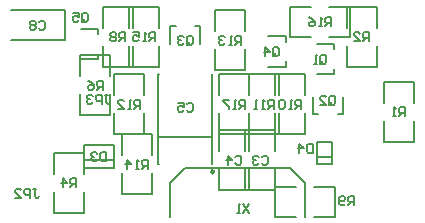
<source format=gbo>
%FSLAX25Y25*%
%MOIN*%
G70*
G01*
G75*
G04 Layer_Color=32896*
%ADD10C,0.01000*%
%ADD11R,0.07000X0.05000*%
%ADD12R,0.05000X0.07000*%
%ADD13O,0.06500X0.04500*%
%ADD14O,0.07500X0.06250*%
%ADD15O,0.06500X0.05000*%
%ADD16C,0.07500*%
%ADD17R,0.04500X0.07000*%
%ADD18R,0.02362X0.08465*%
%ADD19R,0.06500X0.05000*%
%ADD20C,0.02000*%
%ADD21C,0.01500*%
%ADD22C,0.04000*%
%ADD23O,0.06500X0.05500*%
%ADD24C,0.05500*%
%ADD25C,0.06500*%
%ADD26O,0.08500X0.07500*%
%ADD27O,0.13000X0.15000*%
%ADD28O,0.10000X0.07000*%
%ADD29O,0.09500X0.06000*%
%ADD30R,0.14000X0.07500*%
%ADD31R,0.13000X0.07500*%
%ADD32C,0.03500*%
%ADD33R,0.09449X0.10236*%
%ADD34R,0.05000X0.07500*%
%ADD35R,0.03937X0.03347*%
%ADD36R,0.03937X0.03347*%
%ADD37R,0.07000X0.06000*%
%ADD38R,0.10000X0.07500*%
%ADD39R,0.06000X0.05000*%
%ADD40R,0.03347X0.03937*%
%ADD41R,0.03347X0.03937*%
%ADD42C,0.00787*%
%ADD43C,0.00984*%
%ADD44C,0.00800*%
D42*
X685945Y436594D02*
X704055D01*
X703858Y427539D02*
X704055D01*
X685945D02*
X686142D01*
X704055D02*
Y457461D01*
X685945Y427539D02*
Y457461D01*
X686142D01*
X703858D02*
X704055D01*
X725000Y410000D02*
X732000D01*
X738000D02*
X745000D01*
X725000Y420000D02*
X732000D01*
X738000D02*
X745000D01*
X725000Y410000D02*
Y420000D01*
X745000Y410000D02*
Y420000D01*
X735000Y410000D02*
Y421250D01*
X690000Y410000D02*
Y421250D01*
X695000Y426250D02*
X730000D01*
X690000Y421250D02*
X695000Y426250D01*
X730000D02*
X735000Y421250D01*
X655000Y468750D02*
Y478750D01*
X637000Y468750D02*
X655000D01*
X637000Y478750D02*
X655000D01*
X660069Y462480D02*
X665974D01*
X660069Y472520D02*
X665974D01*
Y462480D02*
Y464252D01*
Y470748D02*
Y472520D01*
X748750Y460000D02*
X758750D01*
X748750Y480000D02*
X758750D01*
Y460000D02*
Y467000D01*
Y473000D02*
Y480000D01*
X748750Y460000D02*
Y467000D01*
Y473000D02*
Y480000D01*
X661250Y411250D02*
Y418250D01*
Y424250D02*
Y431250D01*
X651250Y411250D02*
Y418250D01*
Y424250D02*
Y431250D01*
Y411250D02*
X661250D01*
X651250Y431250D02*
X661250D01*
X660000Y443750D02*
X670000D01*
X660000Y463750D02*
X670000D01*
Y443750D02*
Y450750D01*
Y456750D02*
Y463750D01*
X660000Y443750D02*
Y450750D01*
Y456750D02*
Y463750D01*
X661250Y428750D02*
X671250D01*
X661250Y426250D02*
X671250D01*
X661250Y433750D02*
X671250D01*
Y426250D02*
Y430000D01*
Y433750D01*
X661250Y426250D02*
Y433750D01*
X705000Y458750D02*
X715000D01*
X705000Y478750D02*
X715000D01*
Y458750D02*
Y465750D01*
Y471750D02*
Y478750D01*
X705000Y458750D02*
Y465750D01*
Y471750D02*
Y478750D01*
X722569Y459980D02*
X728474D01*
X722569Y470020D02*
X728474D01*
Y459980D02*
Y461752D01*
Y468248D02*
Y470020D01*
X730000Y470000D02*
X737000D01*
X743000D02*
X750000D01*
X730000Y480000D02*
X737000D01*
X743000D02*
X750000D01*
X730000Y470000D02*
Y480000D01*
X750000Y470000D02*
Y480000D01*
X744724Y465748D02*
Y467520D01*
Y457480D02*
Y459252D01*
X738819Y467520D02*
X744724D01*
X738819Y457480D02*
X744724D01*
X706250Y450500D02*
Y457500D01*
Y437500D02*
Y444500D01*
X716250Y450500D02*
Y457500D01*
Y437500D02*
Y444500D01*
X706250Y457500D02*
X716250D01*
X706250Y437500D02*
X716250D01*
Y450500D02*
Y457500D01*
Y437500D02*
Y444500D01*
X726250Y450500D02*
Y457500D01*
Y437500D02*
Y444500D01*
X716250Y457500D02*
X726250D01*
X716250Y437500D02*
X726250D01*
X686250Y460000D02*
Y467000D01*
Y473000D02*
Y480000D01*
X676250Y460000D02*
Y467000D01*
Y473000D02*
Y480000D01*
Y460000D02*
X686250D01*
X676250Y480000D02*
X686250D01*
X738750Y430000D02*
X743750D01*
X738750Y427500D02*
X743750D01*
X738750Y435000D02*
X743750D01*
Y427500D02*
Y431250D01*
Y435000D01*
X738750Y427500D02*
Y435000D01*
X745748Y444026D02*
X747520D01*
X737480D02*
X739252D01*
X747520D02*
Y449931D01*
X737480Y444026D02*
Y449931D01*
X681250Y437500D02*
Y444500D01*
Y450500D02*
Y457500D01*
X671250Y437500D02*
Y444500D01*
Y450500D02*
Y457500D01*
Y437500D02*
X681250D01*
X671250Y457500D02*
X681250D01*
X683750Y417500D02*
Y424500D01*
Y430500D02*
Y437500D01*
X673750Y417500D02*
Y424500D01*
Y430500D02*
Y437500D01*
Y417500D02*
X683750D01*
X673750Y437500D02*
X683750D01*
X725000Y450500D02*
Y457500D01*
Y437500D02*
Y444500D01*
X735000Y450500D02*
Y457500D01*
Y437500D02*
Y444500D01*
X725000Y457500D02*
X735000D01*
X725000Y437500D02*
X735000D01*
X667500Y460000D02*
X677500D01*
X667500Y480000D02*
X677500D01*
Y460000D02*
Y467000D01*
Y473000D02*
Y480000D01*
X667500Y460000D02*
Y467000D01*
Y473000D02*
Y480000D01*
X716250Y418750D02*
Y425750D01*
Y431750D02*
Y438750D01*
X706250Y418750D02*
Y425750D01*
Y431750D02*
Y438750D01*
Y418750D02*
X716250D01*
X706250Y438750D02*
X716250D01*
X715000Y431750D02*
Y438750D01*
Y418750D02*
Y425750D01*
X725000Y431750D02*
Y438750D01*
Y418750D02*
Y425750D01*
X715000Y438750D02*
X725000D01*
X715000Y418750D02*
X725000D01*
X761250Y435000D02*
X771250D01*
X761250Y455000D02*
X771250D01*
Y435000D02*
Y442000D01*
Y448000D02*
Y455000D01*
X761250Y435000D02*
Y442000D01*
Y448000D02*
Y455000D01*
X689980Y473474D02*
X691752D01*
X698248D02*
X700020D01*
X689980Y467569D02*
Y473474D01*
X700020Y467569D02*
Y473474D01*
D43*
X704547Y424980D02*
G03*
X704547Y424980I-492J0D01*
G01*
D44*
X695501Y447499D02*
X696000Y447999D01*
X697000D01*
X697500Y447499D01*
Y445500D01*
X697000Y445000D01*
X696000D01*
X695501Y445500D01*
X692502Y447999D02*
X694501D01*
Y446499D01*
X693501Y446999D01*
X693002D01*
X692502Y446499D01*
Y445500D01*
X693002Y445000D01*
X694001D01*
X694501Y445500D01*
X715000Y446000D02*
Y448999D01*
X713500D01*
X713001Y448499D01*
Y447500D01*
X713500Y447000D01*
X715000D01*
X714000D02*
X713001Y446000D01*
X712001D02*
X711001D01*
X711501D01*
Y448999D01*
X712001Y448499D01*
X709502Y448999D02*
X707502D01*
Y448499D01*
X709502Y446500D01*
Y446000D01*
X716250Y414249D02*
X714251Y411250D01*
Y414249D02*
X716250Y411250D01*
X713251D02*
X712251D01*
X712751D01*
Y414249D01*
X713251Y413749D01*
X668201Y450599D02*
X669200D01*
X668701D01*
Y448100D01*
X669200Y447600D01*
X669700D01*
X670200Y448100D01*
X667201Y447600D02*
Y450599D01*
X665701D01*
X665202Y450099D01*
Y449099D01*
X665701Y448600D01*
X667201D01*
X664202Y450099D02*
X663702Y450599D01*
X662702D01*
X662203Y450099D01*
Y449599D01*
X662702Y449099D01*
X663202D01*
X662702D01*
X662203Y448600D01*
Y448100D01*
X662702Y447600D01*
X663702D01*
X664202Y448100D01*
X644251Y419249D02*
X645250D01*
X644750D01*
Y416750D01*
X645250Y416250D01*
X645750D01*
X646250Y416750D01*
X643251Y416250D02*
Y419249D01*
X641751D01*
X641252Y418749D01*
Y417750D01*
X641751Y417250D01*
X643251D01*
X638253Y416250D02*
X640252D01*
X638253Y418249D01*
Y418749D01*
X638752Y419249D01*
X639752D01*
X640252Y418749D01*
X743700Y473500D02*
Y476499D01*
X742201D01*
X741701Y475999D01*
Y475000D01*
X742201Y474500D01*
X743700D01*
X742700D02*
X741701Y473500D01*
X740701D02*
X739701D01*
X740201D01*
Y476499D01*
X740701Y475999D01*
X736202Y476499D02*
X737202Y475999D01*
X738202Y475000D01*
Y474000D01*
X737702Y473500D01*
X736702D01*
X736202Y474000D01*
Y474500D01*
X736702Y475000D01*
X738202D01*
X685000Y468500D02*
Y471499D01*
X683500D01*
X683001Y470999D01*
Y470000D01*
X683500Y469500D01*
X685000D01*
X684000D02*
X683001Y468500D01*
X682001D02*
X681001D01*
X681501D01*
Y471499D01*
X682001Y470999D01*
X677502Y471499D02*
X679502D01*
Y470000D01*
X678502Y470499D01*
X678002D01*
X677502Y470000D01*
Y469000D01*
X678002Y468500D01*
X679002D01*
X679502Y469000D01*
X682500Y426000D02*
Y428999D01*
X681001D01*
X680501Y428499D01*
Y427499D01*
X681001Y427000D01*
X682500D01*
X681500D02*
X680501Y426000D01*
X679501D02*
X678501D01*
X679001D01*
Y428999D01*
X679501Y428499D01*
X675502Y426000D02*
Y428999D01*
X677002Y427499D01*
X675002D01*
X713700Y467300D02*
Y470299D01*
X712200D01*
X711701Y469799D01*
Y468799D01*
X712200Y468300D01*
X713700D01*
X712700D02*
X711701Y467300D01*
X710701D02*
X709701D01*
X710201D01*
Y470299D01*
X710701Y469799D01*
X708202D02*
X707702Y470299D01*
X706702D01*
X706202Y469799D01*
Y469299D01*
X706702Y468799D01*
X707202D01*
X706702D01*
X706202Y468300D01*
Y467800D01*
X706702Y467300D01*
X707702D01*
X708202Y467800D01*
X680000Y446000D02*
Y448999D01*
X678501D01*
X678001Y448499D01*
Y447500D01*
X678501Y447000D01*
X680000D01*
X679000D02*
X678001Y446000D01*
X677001D02*
X676001D01*
X676501D01*
Y448999D01*
X677001Y448499D01*
X672502Y446000D02*
X674502D01*
X672502Y447999D01*
Y448499D01*
X673002Y448999D01*
X674002D01*
X674502Y448499D01*
X724500Y446000D02*
Y448999D01*
X723000D01*
X722501Y448499D01*
Y447500D01*
X723000Y447000D01*
X724500D01*
X723500D02*
X722501Y446000D01*
X721501D02*
X720501D01*
X721001D01*
Y448999D01*
X721501Y448499D01*
X719002Y446000D02*
X718002D01*
X718502D01*
Y448999D01*
X719002Y448499D01*
X733700Y446000D02*
Y448999D01*
X732200D01*
X731701Y448499D01*
Y447500D01*
X732200Y447000D01*
X733700D01*
X732700D02*
X731701Y446000D01*
X730701D02*
X729701D01*
X730201D01*
Y448999D01*
X730701Y448499D01*
X728202D02*
X727702Y448999D01*
X726702D01*
X726202Y448499D01*
Y446500D01*
X726702Y446000D01*
X727702D01*
X728202Y446500D01*
Y448499D01*
X675000Y468500D02*
Y471499D01*
X673500D01*
X673001Y470999D01*
Y470000D01*
X673500Y469500D01*
X675000D01*
X674000D02*
X673001Y468500D01*
X672001Y470999D02*
X671501Y471499D01*
X670502D01*
X670002Y470999D01*
Y470499D01*
X670502Y470000D01*
X670002Y469500D01*
Y469000D01*
X670502Y468500D01*
X671501D01*
X672001Y469000D01*
Y469500D01*
X671501Y470000D01*
X672001Y470499D01*
Y470999D01*
X671501Y470000D02*
X670502D01*
X768200Y443500D02*
Y446499D01*
X766701D01*
X766201Y445999D01*
Y445000D01*
X766701Y444500D01*
X768200D01*
X767200D02*
X766201Y443500D01*
X765201D02*
X764201D01*
X764701D01*
Y446499D01*
X765201Y445999D01*
X724201Y464000D02*
Y465999D01*
X724700Y466499D01*
X725700D01*
X726200Y465999D01*
Y464000D01*
X725700Y463500D01*
X724700D01*
X725200Y464500D02*
X724201Y463500D01*
X724700D02*
X724201Y464000D01*
X721701Y463500D02*
Y466499D01*
X723201Y464999D01*
X721202D01*
X695501Y467800D02*
Y469799D01*
X696000Y470299D01*
X697000D01*
X697500Y469799D01*
Y467800D01*
X697000Y467300D01*
X696000D01*
X696500Y468300D02*
X695501Y467300D01*
X696000D02*
X695501Y467800D01*
X694501Y469799D02*
X694001Y470299D01*
X693002D01*
X692502Y469799D01*
Y469299D01*
X693002Y468799D01*
X693501D01*
X693002D01*
X692502Y468300D01*
Y467800D01*
X693002Y467300D01*
X694001D01*
X694501Y467800D01*
X743001Y447800D02*
Y449799D01*
X743501Y450299D01*
X744500D01*
X745000Y449799D01*
Y447800D01*
X744500Y447300D01*
X743501D01*
X744000Y448300D02*
X743001Y447300D01*
X743501D02*
X743001Y447800D01*
X740002Y447300D02*
X742001D01*
X740002Y449299D01*
Y449799D01*
X740501Y450299D01*
X741501D01*
X742001Y449799D01*
X740001Y461500D02*
Y463499D01*
X740500Y463999D01*
X741500D01*
X742000Y463499D01*
Y461500D01*
X741500Y461000D01*
X740500D01*
X741000Y462000D02*
X740001Y461000D01*
X740500D02*
X740001Y461500D01*
X739001Y461000D02*
X738001D01*
X738501D01*
Y463999D01*
X739001Y463499D01*
X737500Y434249D02*
Y431250D01*
X736000D01*
X735501Y431750D01*
Y433749D01*
X736000Y434249D01*
X737500D01*
X733002Y431250D02*
Y434249D01*
X734501Y432750D01*
X732502D01*
X711701Y429799D02*
X712200Y430299D01*
X713200D01*
X713700Y429799D01*
Y427800D01*
X713200Y427300D01*
X712200D01*
X711701Y427800D01*
X709201Y427300D02*
Y430299D01*
X710701Y428799D01*
X708702D01*
X720501Y429799D02*
X721000Y430299D01*
X722000D01*
X722500Y429799D01*
Y427800D01*
X722000Y427300D01*
X721000D01*
X720501Y427800D01*
X719501Y429799D02*
X719001Y430299D01*
X718002D01*
X717502Y429799D01*
Y429299D01*
X718002Y428799D01*
X718501D01*
X718002D01*
X717502Y428300D01*
Y427800D01*
X718002Y427300D01*
X719001D01*
X719501Y427800D01*
X751250Y413750D02*
Y416749D01*
X749751D01*
X749251Y416249D01*
Y415249D01*
X749751Y414750D01*
X751250D01*
X750250D02*
X749251Y413750D01*
X748251Y414250D02*
X747751Y413750D01*
X746751D01*
X746252Y414250D01*
Y416249D01*
X746751Y416749D01*
X747751D01*
X748251Y416249D01*
Y415749D01*
X747751Y415249D01*
X746252D01*
X667500Y452300D02*
Y455299D01*
X666001D01*
X665501Y454799D01*
Y453799D01*
X666001Y453300D01*
X667500D01*
X666500D02*
X665501Y452300D01*
X662502Y455299D02*
X663501Y454799D01*
X664501Y453799D01*
Y452800D01*
X664001Y452300D01*
X663001D01*
X662502Y452800D01*
Y453300D01*
X663001Y453799D01*
X664501D01*
X756200Y468500D02*
Y471499D01*
X754701D01*
X754201Y470999D01*
Y470000D01*
X754701Y469500D01*
X756200D01*
X755200D02*
X754201Y468500D01*
X751202D02*
X753201D01*
X751202Y470499D01*
Y470999D01*
X751701Y471499D01*
X752701D01*
X753201Y470999D01*
X668700Y431499D02*
Y428500D01*
X667201D01*
X666701Y429000D01*
Y430999D01*
X667201Y431499D01*
X668700D01*
X665701Y430999D02*
X665201Y431499D01*
X664201D01*
X663702Y430999D01*
Y430499D01*
X664201Y429999D01*
X664701D01*
X664201D01*
X663702Y429500D01*
Y429000D01*
X664201Y428500D01*
X665201D01*
X665701Y429000D01*
X660501Y475500D02*
Y477499D01*
X661000Y477999D01*
X662000D01*
X662500Y477499D01*
Y475500D01*
X662000Y475000D01*
X661000D01*
X661500Y476000D02*
X660501Y475000D01*
X661000D02*
X660501Y475500D01*
X657502Y477999D02*
X659501D01*
Y476500D01*
X658501Y476999D01*
X658002D01*
X657502Y476500D01*
Y475500D01*
X658002Y475000D01*
X659001D01*
X659501Y475500D01*
X658700Y419800D02*
Y422799D01*
X657200D01*
X656701Y422299D01*
Y421300D01*
X657200Y420800D01*
X658700D01*
X657700D02*
X656701Y419800D01*
X654202D02*
Y422799D01*
X655701Y421300D01*
X653702D01*
X646201Y474799D02*
X646700Y475299D01*
X647700D01*
X648200Y474799D01*
Y472800D01*
X647700Y472300D01*
X646700D01*
X646201Y472800D01*
X645201Y474799D02*
X644701Y475299D01*
X643702D01*
X643202Y474799D01*
Y474299D01*
X643702Y473800D01*
X643202Y473300D01*
Y472800D01*
X643702Y472300D01*
X644701D01*
X645201Y472800D01*
Y473300D01*
X644701Y473800D01*
X645201Y474299D01*
Y474799D01*
X644701Y473800D02*
X643702D01*
M02*

</source>
